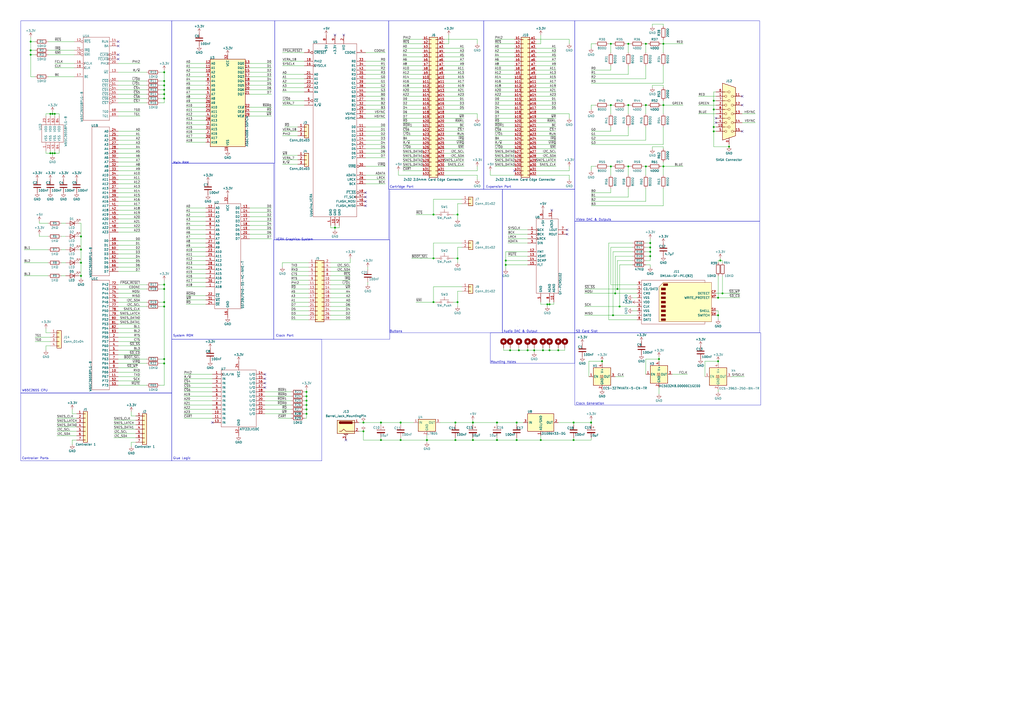
<source format=kicad_sch>
(kicad_sch
	(version 20231120)
	(generator "eeschema")
	(generator_version "8.0")
	(uuid "24268fb5-9051-453e-aa4f-3f063d8cbf81")
	(paper "A2")
	
	(junction
		(at 374.65 96.52)
		(diameter 0)
		(color 0 0 0 0)
		(uuid "00a428b0-09b7-4eba-9ac2-7037ac8ad370")
	)
	(junction
		(at 374.65 60.96)
		(diameter 0)
		(color 0 0 0 0)
		(uuid "044f74bd-df49-4b17-bc8e-d5c0c87299fb")
	)
	(junction
		(at 17.78 31.75)
		(diameter 0)
		(color 0 0 0 0)
		(uuid "0511a2a8-8e4f-4f8c-8ebc-e6ae30743f17")
	)
	(junction
		(at 251.46 124.46)
		(diameter 0)
		(color 0 0 0 0)
		(uuid "055f4555-4d71-4327-b716-65333f0b3c80")
	)
	(junction
		(at 416.56 172.72)
		(diameter 0)
		(color 0 0 0 0)
		(uuid "05f604e2-541d-4734-8204-d02b771a01f8")
	)
	(junction
		(at 29.21 88.9)
		(diameter 0)
		(color 0 0 0 0)
		(uuid "07ebd7c1-668f-488d-b46f-f7cb68c0cabb")
	)
	(junction
		(at 247.65 255.27)
		(diameter 0)
		(color 0 0 0 0)
		(uuid "091589e1-5d94-4b9c-8afb-b58c3f1d55ab")
	)
	(junction
		(at 95.25 57.15)
		(diameter 0)
		(color 0 0 0 0)
		(uuid "0b96100e-b5e7-492b-9bd4-12e23fe03fb1")
	)
	(junction
		(at 417.83 151.13)
		(diameter 0)
		(color 0 0 0 0)
		(uuid "0cc19e3e-fc66-43df-9452-f28966d9d9b9")
	)
	(junction
		(at 95.25 208.28)
		(diameter 0)
		(color 0 0 0 0)
		(uuid "0ed27ab3-8d38-4144-be11-7325d24d990b")
	)
	(junction
		(at 293.37 151.13)
		(diameter 0)
		(color 0 0 0 0)
		(uuid "12d8bc6c-7a73-4d6e-9a2a-f0d88ea377ae")
	)
	(junction
		(at 194.31 132.08)
		(diameter 0)
		(color 0 0 0 0)
		(uuid "165a8620-cc52-4dab-809d-64ee0df4fe09")
	)
	(junction
		(at 232.41 245.11)
		(diameter 0)
		(color 0 0 0 0)
		(uuid "179fff3a-e003-463d-8d86-4c95be61be12")
	)
	(junction
		(at 384.81 60.96)
		(diameter 0)
		(color 0 0 0 0)
		(uuid "1811bc3e-6e28-4045-addd-add2f9263622")
	)
	(junction
		(at 414.02 73.66)
		(diameter 0)
		(color 0 0 0 0)
		(uuid "1e5ba76c-72b1-441b-9fb0-ef4a8a1a4dba")
	)
	(junction
		(at 95.25 167.64)
		(diameter 0)
		(color 0 0 0 0)
		(uuid "1e7138a2-c2a9-4b0a-85df-95dc3af91b06")
	)
	(junction
		(at 232.41 255.27)
		(diameter 0)
		(color 0 0 0 0)
		(uuid "2c5258ef-3ca6-4bc4-98e0-4bc3aac69e49")
	)
	(junction
		(at 377.19 143.51)
		(diameter 0)
		(color 0 0 0 0)
		(uuid "2e035fc3-8bc2-4201-8be6-075927b02d56")
	)
	(junction
		(at 293.37 153.67)
		(diameter 0)
		(color 0 0 0 0)
		(uuid "3461c7e6-54cf-4f66-978e-2e1737befde6")
	)
	(junction
		(at 318.77 176.53)
		(diameter 0)
		(color 0 0 0 0)
		(uuid "3783c288-3d0f-4aa0-a370-200ec8aff10c")
	)
	(junction
		(at 264.16 245.11)
		(diameter 0)
		(color 0 0 0 0)
		(uuid "3e3b8706-7185-45ef-8e32-ea665279af52")
	)
	(junction
		(at 177.8 240.03)
		(diameter 0)
		(color 0 0 0 0)
		(uuid "404b6080-2ebd-4700-a068-0ca55160176a")
	)
	(junction
		(at 220.98 255.27)
		(diameter 0)
		(color 0 0 0 0)
		(uuid "442bb636-488f-4dab-8558-79a6917cdf27")
	)
	(junction
		(at 364.49 25.4)
		(diameter 0)
		(color 0 0 0 0)
		(uuid "451fb2e4-b0e0-4cf8-b3c4-8bb3e6c4a977")
	)
	(junction
		(at 364.49 96.52)
		(diameter 0)
		(color 0 0 0 0)
		(uuid "46723f89-1988-4bc3-a9d1-c772b56e5b28")
	)
	(junction
		(at 251.46 175.26)
		(diameter 0)
		(color 0 0 0 0)
		(uuid "4a114abf-1118-4789-a166-3d00a70d3984")
	)
	(junction
		(at 210.82 250.19)
		(diameter 0)
		(color 0 0 0 0)
		(uuid "4b2576c1-c304-4541-9a5d-25a299bd215d")
	)
	(junction
		(at 359.41 177.8)
		(diameter 0)
		(color 0 0 0 0)
		(uuid "4c355ad5-3043-41c8-a82f-ab065dcf09e9")
	)
	(junction
		(at 95.25 54.61)
		(diameter 0)
		(color 0 0 0 0)
		(uuid "4cf2456d-85c1-4dfe-8b61-78a65a64e07f")
	)
	(junction
		(at 30.48 66.04)
		(diameter 0)
		(color 0 0 0 0)
		(uuid "514b94c8-5cf1-4ebb-b377-2ae3ba527c3e")
	)
	(junction
		(at 95.25 41.91)
		(diameter 0)
		(color 0 0 0 0)
		(uuid "55edda16-0e77-4be2-a973-006669076d79")
	)
	(junction
		(at 377.19 148.59)
		(diameter 0)
		(color 0 0 0 0)
		(uuid "5ba6f890-e8f3-4fe5-b65e-57d7bd225414")
	)
	(junction
		(at 274.32 255.27)
		(diameter 0)
		(color 0 0 0 0)
		(uuid "5c77fc39-9937-4839-8ab9-a8ec05f01632")
	)
	(junction
		(at 288.29 245.11)
		(diameter 0)
		(color 0 0 0 0)
		(uuid "5ceaa7a9-27e2-4c5e-8a03-bafd5d8d8f9e")
	)
	(junction
		(at 355.6 182.88)
		(diameter 0)
		(color 0 0 0 0)
		(uuid "5e560022-889e-4df6-872f-d0ca772a7b7f")
	)
	(junction
		(at 414.02 58.42)
		(diameter 0)
		(color 0 0 0 0)
		(uuid "5f153c3e-885c-440c-9da3-1c3e38ea305a")
	)
	(junction
		(at 264.16 255.27)
		(diameter 0)
		(color 0 0 0 0)
		(uuid "63241004-4f06-4912-aed5-19a87e3f48e2")
	)
	(junction
		(at 177.8 227.33)
		(diameter 0)
		(color 0 0 0 0)
		(uuid "647f9f6a-163e-4096-a9a8-32eb2b14c02e")
	)
	(junction
		(at 251.46 149.86)
		(diameter 0)
		(color 0 0 0 0)
		(uuid "6688481a-bb1d-4a7d-bb48-103296663e29")
	)
	(junction
		(at 95.25 210.82)
		(diameter 0)
		(color 0 0 0 0)
		(uuid "6854cd79-4d82-4506-83f0-9c13e5ff5a88")
	)
	(junction
		(at 265.43 175.26)
		(diameter 0)
		(color 0 0 0 0)
		(uuid "68e5833d-8495-41b5-a662-1c727c7cdabf")
	)
	(junction
		(at 29.21 66.04)
		(diameter 0)
		(color 0 0 0 0)
		(uuid "6c204841-57f7-4b89-96c7-81b1bd36d8d5")
	)
	(junction
		(at 177.8 237.49)
		(diameter 0)
		(color 0 0 0 0)
		(uuid "6ca25e10-e790-49b6-9f88-67f4c1834a0b")
	)
	(junction
		(at 377.19 146.05)
		(diameter 0)
		(color 0 0 0 0)
		(uuid "7249232a-2cd5-47bd-82f2-d251e1fc720c")
	)
	(junction
		(at 17.78 24.13)
		(diameter 0)
		(color 0 0 0 0)
		(uuid "76a3a812-a8f9-455a-8936-0d1b3c209f68")
	)
	(junction
		(at 354.33 25.4)
		(diameter 0)
		(color 0 0 0 0)
		(uuid "79d95dda-218b-47c3-8c92-f534a2637558")
	)
	(junction
		(at 31.75 88.9)
		(diameter 0)
		(color 0 0 0 0)
		(uuid "7a7956fa-0cbe-46bc-a668-612cef11308b")
	)
	(junction
		(at 314.96 203.2)
		(diameter 0)
		(color 0 0 0 0)
		(uuid "7bd8b1ae-fa79-4ee4-a745-fc9606a9db08")
	)
	(junction
		(at 177.8 232.41)
		(diameter 0)
		(color 0 0 0 0)
		(uuid "7c4e6792-0f28-444f-bbe8-c6720c534179")
	)
	(junction
		(at 95.25 46.99)
		(diameter 0)
		(color 0 0 0 0)
		(uuid "7cd24309-e546-47a8-975f-197650bf6472")
	)
	(junction
		(at 354.33 96.52)
		(diameter 0)
		(color 0 0 0 0)
		(uuid "80695b3c-cadc-4489-ab84-c69474bbc459")
	)
	(junction
		(at 317.5 176.53)
		(diameter 0)
		(color 0 0 0 0)
		(uuid "83322db4-d4eb-47e9-bd3b-b42a5c83d9a7")
	)
	(junction
		(at 46.99 137.16)
		(diameter 0)
		(color 0 0 0 0)
		(uuid "86619b1e-171d-4155-8428-ba1db09fe86c")
	)
	(junction
		(at 318.77 203.2)
		(diameter 0)
		(color 0 0 0 0)
		(uuid "891d2ba3-67c0-40c7-b2fe-f49b4122d6b4")
	)
	(junction
		(at 419.1 170.18)
		(diameter 0)
		(color 0 0 0 0)
		(uuid "8954e231-0fc1-4f6d-b69b-990e1719b5f4")
	)
	(junction
		(at 288.29 255.27)
		(diameter 0)
		(color 0 0 0 0)
		(uuid "8bd11186-ee55-436b-9d54-3f464141eaee")
	)
	(junction
		(at 306.07 203.2)
		(diameter 0)
		(color 0 0 0 0)
		(uuid "904b87ce-b2a2-4bfd-8774-04d4c532c42b")
	)
	(junction
		(at 265.43 149.86)
		(diameter 0)
		(color 0 0 0 0)
		(uuid "93603dce-06b5-4831-9486-a2b88254b594")
	)
	(junction
		(at 299.72 245.11)
		(diameter 0)
		(color 0 0 0 0)
		(uuid "950b2707-d863-4a03-960f-85779cc5cd54")
	)
	(junction
		(at 30.48 88.9)
		(diameter 0)
		(color 0 0 0 0)
		(uuid "961f8945-e1c5-4198-b2b9-ed989bbdc941")
	)
	(junction
		(at 95.25 165.1)
		(diameter 0)
		(color 0 0 0 0)
		(uuid "9af20d9e-a20f-4b7c-ac1f-18dead75e997")
	)
	(junction
		(at 342.9 245.11)
		(diameter 0)
		(color 0 0 0 0)
		(uuid "9b0bcb49-1b78-4896-9e99-d3e3d56e3e99")
	)
	(junction
		(at 356.87 170.18)
		(diameter 0)
		(color 0 0 0 0)
		(uuid "9e7d1aae-bc0f-4c30-9a2f-089acf7d4edb")
	)
	(junction
		(at 382.27 208.28)
		(diameter 0)
		(color 0 0 0 0)
		(uuid "a46a71a3-be07-45c5-8f21-fdf61ee0de11")
	)
	(junction
		(at 265.43 124.46)
		(diameter 0)
		(color 0 0 0 0)
		(uuid "abbd9e91-b2a9-4a6c-8e23-3cf0d5c6bbc0")
	)
	(junction
		(at 95.25 52.07)
		(diameter 0)
		(color 0 0 0 0)
		(uuid "ac0d1b2c-03b2-4473-8a1d-7c0320a594c2")
	)
	(junction
		(at 364.49 60.96)
		(diameter 0)
		(color 0 0 0 0)
		(uuid "ac8cfd6e-56e7-4997-b41d-4f834b2aa3f8")
	)
	(junction
		(at 220.98 245.11)
		(diameter 0)
		(color 0 0 0 0)
		(uuid "af4340fd-82cd-49f1-ab80-b1f94efc7f8f")
	)
	(junction
		(at 313.69 255.27)
		(diameter 0)
		(color 0 0 0 0)
		(uuid "b8620d1b-92c7-4772-b4c5-ae55a8ab2ae7")
	)
	(junction
		(at 414.02 76.2)
		(diameter 0)
		(color 0 0 0 0)
		(uuid "b98a5dd7-a179-4331-8d1c-d479900f1de3")
	)
	(junction
		(at 332.74 255.27)
		(diameter 0)
		(color 0 0 0 0)
		(uuid "c6d81014-6c57-4e5b-bd8e-db09d41c9b24")
	)
	(junction
		(at 210.82 245.11)
		(diameter 0)
		(color 0 0 0 0)
		(uuid "caff29f6-2f54-4885-8f2f-43039d416fb5")
	)
	(junction
		(at 95.25 175.26)
		(diameter 0)
		(color 0 0 0 0)
		(uuid "cbf3c7c8-fc23-4f56-bacf-f1126727c903")
	)
	(junction
		(at 95.25 177.8)
		(diameter 0)
		(color 0 0 0 0)
		(uuid "cc8182ce-43cc-47eb-967b-f2b35ec28b66")
	)
	(junction
		(at 384.81 96.52)
		(diameter 0)
		(color 0 0 0 0)
		(uuid "cdd50d0c-e34c-4cf2-b837-a3eed81050f9")
	)
	(junction
		(at 422.91 85.09)
		(diameter 0)
		(color 0 0 0 0)
		(uuid "cffa938e-9330-49fe-85bc-ab0632354f6a")
	)
	(junction
		(at 332.74 245.11)
		(diameter 0)
		(color 0 0 0 0)
		(uuid "d2cc1cf6-5e46-4784-9c76-68f41a9a6bbf")
	)
	(junction
		(at 274.32 245.11)
		(diameter 0)
		(color 0 0 0 0)
		(uuid "d3d7fd4e-03d3-4acb-a74d-3f60128d37c7")
	)
	(junction
		(at 177.8 229.87)
		(diameter 0)
		(color 0 0 0 0)
		(uuid "d63ba307-fcea-4194-8efb-5804906d5429")
	)
	(junction
		(at 31.75 66.04)
		(diameter 0)
		(color 0 0 0 0)
		(uuid "d653e696-9f7a-427c-89a7-72f82fcefb8c")
	)
	(junction
		(at 46.99 160.02)
		(diameter 0)
		(color 0 0 0 0)
		(uuid "d70b4362-6c6a-46cb-83ba-f00d10c53bf2")
	)
	(junction
		(at 46.99 152.4)
		(diameter 0)
		(color 0 0 0 0)
		(uuid "d7526542-5fe1-4dec-838e-269ad00762b1")
	)
	(junction
		(at 384.81 25.4)
		(diameter 0)
		(color 0 0 0 0)
		(uuid "d8db1f28-b540-4d7b-89d6-78012aff6b5a")
	)
	(junction
		(at 309.88 203.2)
		(diameter 0)
		(color 0 0 0 0)
		(uuid "db0edadb-055b-4198-b3c3-87ac5ed02800")
	)
	(junction
		(at 377.19 140.97)
		(diameter 0)
		(color 0 0 0 0)
		(uuid "dd12048d-ff5c-46fe-8b3f-904f5a91631d")
	)
	(junction
		(at 17.78 29.21)
		(diameter 0)
		(color 0 0 0 0)
		(uuid "dee3f5b7-f912-462d-9631-320198e268ce")
	)
	(junction
		(at 300.99 203.2)
		(diameter 0)
		(color 0 0 0 0)
		(uuid "e13ff97c-140b-40a6-af45-e7fec335d789")
	)
	(junction
		(at 177.8 234.95)
		(diameter 0)
		(color 0 0 0 0)
		(uuid "e946bb44-3418-4254-98d4-529bf553bb3b")
	)
	(junction
		(at 299.72 255.27)
		(diameter 0)
		(color 0 0 0 0)
		(uuid "ec009019-9b3b-43ba-807c-a9a21d66a470")
	)
	(junction
		(at 295.91 203.2)
		(diameter 0)
		(color 0 0 0 0)
		(uuid "ed47234c-d1fc-4786-a530-1097f5d0097b")
	)
	(junction
		(at 416.56 182.88)
		(diameter 0)
		(color 0 0 0 0)
		(uuid "eda29677-3b25-443a-b600-11824bd5bd78")
	)
	(junction
		(at 354.33 60.96)
		(diameter 0)
		(color 0 0 0 0)
		(uuid "f27e3411-7cea-42ee-8e17-55b0fc3708cc")
	)
	(junction
		(at 323.85 203.2)
		(diameter 0)
		(color 0 0 0 0)
		(uuid "f6c37868-90e6-4b71-b24c-e7ac97761298")
	)
	(junction
		(at 374.65 25.4)
		(diameter 0)
		(color 0 0 0 0)
		(uuid "f701205c-c20b-45aa-98b9-f43902990662")
	)
	(junction
		(at 358.14 167.64)
		(diameter 0)
		(color 0 0 0 0)
		(uuid "f7914ead-e636-4321-b5db-363d304845ac")
	)
	(junction
		(at 95.25 49.53)
		(diameter 0)
		(color 0 0 0 0)
		(uuid "f993eccf-d12c-4fc6-95cf-5100f3772d3f")
	)
	(junction
		(at 414.02 63.5)
		(diameter 0)
		(color 0 0 0 0)
		(uuid "f9d0fd5f-8871-465c-ab7a-b5b30d120d2c")
	)
	(junction
		(at 46.99 144.78)
		(diameter 0)
		(color 0 0 0 0)
		(uuid "f9e54583-96ee-4add-ae7d-9bb6223a42b9")
	)
	(junction
		(at 416.56 209.55)
		(diameter 0)
		(color 0 0 0 0)
		(uuid "fa9a871a-e8e1-44af-a7e4-51693009357f")
	)
	(junction
		(at 349.25 209.55)
		(diameter 0)
		(color 0 0 0 0)
		(uuid "fcbe6abf-ec66-4f87-9c17-ec17485c7d2c")
	)
	(no_connect
		(at 68.58 24.13)
		(uuid "1df3732e-bddf-4017-9b42-4d48efd31c62")
	)
	(no_connect
		(at 68.58 34.29)
		(uuid "217c8fba-bd1b-4d31-86cb-b14efaa13359")
	)
	(no_connect
		(at 153.67 222.25)
		(uuid "30c6b9c7-0b3a-42c4-9656-4d8c95f7e3ae")
	)
	(no_connect
		(at 328.93 135.89)
		(uuid "35cd9c3c-ab2f-45b4-bac3-f806156d3198")
	)
	(no_connect
		(at 68.58 31.75)
		(uuid "3ed7b960-82e5-4219-b6c4-5de479eae73d")
	)
	(no_connect
		(at 153.67 219.71)
		(uuid "41453f3a-e045-4972-ad5f-0107512b5375")
	)
	(no_connect
		(at 430.53 76.2)
		(uuid "5c5a04f9-cb77-401c-9381-6e471ff78492")
	)
	(no_connect
		(at 199.39 20.32)
		(uuid "5c87585e-ac48-4de6-9f57-3f848beae8f3")
	)
	(no_connect
		(at 200.66 255.27)
		(uuid "621f6707-63dc-4795-9425-97ba9c4a748f")
	)
	(no_connect
		(at 153.67 224.79)
		(uuid "6a570c79-1319-4443-ac57-374ae722bd23")
	)
	(no_connect
		(at 415.29 71.12)
		(uuid "6f5d2937-2a03-4774-a09e-34619242d422")
	)
	(no_connect
		(at 298.45 99.06)
		(uuid "79038925-9ebf-4780-8b8e-cf371a20cfdc")
	)
	(no_connect
		(at 212.09 119.38)
		(uuid "7ec3c8ea-e9e8-451b-b04e-8b13b3ceed58")
	)
	(no_connect
		(at 123.19 245.11)
		(uuid "7f9d8bac-8069-453f-9677-28dc4d8ed0a2")
	)
	(no_connect
		(at 430.53 55.88)
		(uuid "8cfebd4d-7e15-4397-8d84-b888118a401a")
	)
	(no_connect
		(at 194.31 20.32)
		(uuid "948e73de-9ceb-4410-8a51-9c8c194a5332")
	)
	(no_connect
		(at 212.09 111.76)
		(uuid "96e77773-a880-4d6d-afdb-1c555f9c6499")
	)
	(no_connect
		(at 430.53 60.96)
		(uuid "a2ee946d-ff99-4a12-9f8b-ffc5ebf6fffd")
	)
	(no_connect
		(at 68.58 26.67)
		(uuid "a630df17-732d-4db3-847c-82cb8630f661")
	)
	(no_connect
		(at 328.93 133.35)
		(uuid "af404473-2aa3-47e5-955a-5b0888a4a31b")
	)
	(no_connect
		(at 212.09 116.84)
		(uuid "b623f0a3-e7b1-41a8-a77b-8c3dca25bf0f")
	)
	(no_connect
		(at 320.04 121.92)
		(uuid "b626c554-05b7-4deb-845d-f0fc90e5d200")
	)
	(no_connect
		(at 415.29 68.58)
		(uuid "c493b706-85a1-45b1-92aa-7e112063a4c4")
	)
	(no_connect
		(at 153.67 217.17)
		(uuid "ca6345c6-580d-4394-b43d-d61cc9c0af8f")
	)
	(no_connect
		(at 212.09 114.3)
		(uuid "d4222379-79f9-49e3-a7b0-5f6199aea2f7")
	)
	(wire
		(pts
			(xy 364.49 109.22) (xy 364.49 114.3)
		)
		(stroke
			(width 0)
			(type default)
		)
		(uuid "00cb7850-82c0-436a-aeb7-fa63fa508e37")
	)
	(wire
		(pts
			(xy 68.58 83.82) (xy 81.28 83.82)
		)
		(stroke
			(width 0)
			(type default)
		)
		(uuid "00e8741c-04f3-4a75-ba5a-774c15c27a42")
	)
	(wire
		(pts
			(xy 179.07 185.42) (xy 168.91 185.42)
		)
		(stroke
			(width 0)
			(type default)
		)
		(uuid "01872560-228c-4041-8804-6e4e434497b4")
	)
	(wire
		(pts
			(xy 378.46 49.53) (xy 378.46 50.8)
		)
		(stroke
			(width 0)
			(type default)
		)
		(uuid "02052c02-0e8d-4c9e-8fb1-598c8cebd316")
	)
	(wire
		(pts
			(xy 212.09 104.14) (xy 223.52 104.14)
		)
		(stroke
			(width 0)
			(type default)
		)
		(uuid "021baf42-477a-4a26-b503-bdb5071adba1")
	)
	(wire
		(pts
			(xy 68.58 180.34) (xy 81.28 180.34)
		)
		(stroke
			(width 0)
			(type default)
		)
		(uuid "023a9ed1-f805-494e-9abd-621fa91a8795")
	)
	(wire
		(pts
			(xy 46.99 144.78) (xy 46.99 152.4)
		)
		(stroke
			(width 0)
			(type default)
		)
		(uuid "02c59dbd-bcea-490e-911e-caf94ce598a1")
	)
	(wire
		(pts
			(xy 68.58 205.74) (xy 81.28 205.74)
		)
		(stroke
			(width 0)
			(type default)
		)
		(uuid "030351d3-0418-487a-a2a4-ed4e55f1ee5d")
	)
	(wire
		(pts
			(xy 68.58 78.74) (xy 81.28 78.74)
		)
		(stroke
			(width 0)
			(type default)
		)
		(uuid "0333b4c3-45cd-4f1d-af09-92f80b6063ab")
	)
	(wire
		(pts
			(xy 27.94 31.75) (xy 43.18 31.75)
		)
		(stroke
			(width 0)
			(type default)
		)
		(uuid "033accaf-a476-42d0-bebb-a0d2a52fd4bc")
	)
	(wire
		(pts
			(xy 415.29 182.88) (xy 416.56 182.88)
		)
		(stroke
			(width 0)
			(type default)
		)
		(uuid "03cecd53-c65d-458d-8e1d-685628f3fca1")
	)
	(wire
		(pts
			(xy 342.9 78.74) (xy 364.49 78.74)
		)
		(stroke
			(width 0)
			(type default)
		)
		(uuid "03d1c165-bcd1-4a83-978e-5b9ee8b21b0b")
	)
	(wire
		(pts
			(xy 161.29 242.57) (xy 168.91 242.57)
		)
		(stroke
			(width 0)
			(type default)
		)
		(uuid "04654872-c614-4810-9d7a-965304d80ea9")
	)
	(wire
		(pts
			(xy 34.29 66.04) (xy 34.29 67.31)
		)
		(stroke
			(width 0)
			(type default)
		)
		(uuid "049357a7-d4a3-4538-9f35-3ce6734e4225")
	)
	(wire
		(pts
			(xy 233.68 71.12) (xy 245.11 71.12)
		)
		(stroke
			(width 0)
			(type default)
		)
		(uuid "04af36c8-cdcc-4998-9e7a-89d90f454dd5")
	)
	(wire
		(pts
			(xy 119.38 125.73) (xy 107.95 125.73)
		)
		(stroke
			(width 0)
			(type default)
		)
		(uuid "04b0b2f5-eef2-4c4a-a915-ad259c7db278")
	)
	(wire
		(pts
			(xy 274.32 243.84) (xy 274.32 245.11)
		)
		(stroke
			(width 0)
			(type default)
		)
		(uuid "05290d75-5017-4e96-b434-23aee5d481b8")
	)
	(wire
		(pts
			(xy 68.58 46.99) (xy 85.09 46.99)
		)
		(stroke
			(width 0)
			(type default)
		)
		(uuid "05976b08-17ab-47c0-88aa-3279efbd8512")
	)
	(wire
		(pts
			(xy 119.38 54.61) (xy 107.95 54.61)
		)
		(stroke
			(width 0)
			(type default)
		)
		(uuid "05ca9267-9960-40ac-98db-3a3794f01126")
	)
	(wire
		(pts
			(xy 384.81 58.42) (xy 384.81 60.96)
		)
		(stroke
			(width 0)
			(type default)
		)
		(uuid "060d598c-2430-4aff-a248-bf765ccaf43c")
	)
	(wire
		(pts
			(xy 364.49 60.96) (xy 364.49 66.04)
		)
		(stroke
			(width 0)
			(type default)
		)
		(uuid "068ceb7a-50e2-460e-9d97-1af10ee425e9")
	)
	(wire
		(pts
			(xy 144.78 41.91) (xy 157.48 41.91)
		)
		(stroke
			(width 0)
			(type default)
		)
		(uuid "069e235c-2d50-4402-9cf6-7076e3bc0805")
	)
	(wire
		(pts
			(xy 311.15 22.86) (xy 330.2 22.86)
		)
		(stroke
			(width 0)
			(type default)
		)
		(uuid "0705d0a0-dc2d-4883-95fb-3bb3aa8ef3b5")
	)
	(wire
		(pts
			(xy 68.58 96.52) (xy 81.28 96.52)
		)
		(stroke
			(width 0)
			(type default)
		)
		(uuid "075d9d3f-a9b0-4ae4-b9f1-f8c213dd533d")
	)
	(wire
		(pts
			(xy 262.89 175.26) (xy 265.43 175.26)
		)
		(stroke
			(width 0)
			(type default)
		)
		(uuid "078df960-92d4-4e31-ba2b-9e920b5dfc46")
	)
	(wire
		(pts
			(xy 416.56 160.02) (xy 416.56 172.72)
		)
		(stroke
			(width 0)
			(type default)
		)
		(uuid "07c52ecc-7b93-4444-98db-4ff727d4fa8d")
	)
	(wire
		(pts
			(xy 95.25 52.07) (xy 95.25 54.61)
		)
		(stroke
			(width 0)
			(type default)
		)
		(uuid "080e1e02-380b-4f24-aa39-5c084efa8e0b")
	)
	(wire
		(pts
			(xy 119.38 171.45) (xy 107.95 171.45)
		)
		(stroke
			(width 0)
			(type default)
		)
		(uuid "083c0ffa-673f-4e0b-9288-b1b2890a2280")
	)
	(wire
		(pts
			(xy 233.68 38.1) (xy 245.11 38.1)
		)
		(stroke
			(width 0)
			(type default)
		)
		(uuid "08900f74-0584-4ef0-9050-5b2f54299f0c")
	)
	(wire
		(pts
			(xy 342.9 96.52) (xy 345.44 96.52)
		)
		(stroke
			(width 0)
			(type default)
		)
		(uuid "0927573b-e83d-4d3a-a71b-e574379463af")
	)
	(wire
		(pts
			(xy 46.99 152.4) (xy 46.99 160.02)
		)
		(stroke
			(width 0)
			(type default)
		)
		(uuid "096770f3-32bc-4304-a2eb-d66a8df075f6")
	)
	(wire
		(pts
			(xy 408.94 209.55) (xy 408.94 218.44)
		)
		(stroke
			(width 0)
			(type default)
		)
		(uuid "09b53ecf-3e19-407e-957d-0b2e23d8d7c8")
	)
	(wire
		(pts
			(xy 22.86 128.27) (xy 22.86 129.54)
		)
		(stroke
			(width 0)
			(type default)
		)
		(uuid "09e0db46-6698-4f77-9d23-e3083172265d")
	)
	(wire
		(pts
			(xy 298.45 60.96) (xy 287.02 60.96)
		)
		(stroke
			(width 0)
			(type default)
		)
		(uuid "09f0cde8-3141-4813-843a-387f7898dbfe")
	)
	(wire
		(pts
			(xy 342.9 255.27) (xy 332.74 255.27)
		)
		(stroke
			(width 0)
			(type default)
		)
		(uuid "09fe04e3-3f48-446b-9175-4e0b6bdabefa")
	)
	(wire
		(pts
			(xy 354.33 109.22) (xy 354.33 111.76)
		)
		(stroke
			(width 0)
			(type default)
		)
		(uuid "0a0b0bc4-32ca-4e97-8057-b1cbaaf4979a")
	)
	(wire
		(pts
			(xy 292.1 201.93) (xy 292.1 203.2)
		)
		(stroke
			(width 0)
			(type default)
		)
		(uuid "0a4d0b57-7622-4977-989f-e1f4e14bb9a1")
	)
	(wire
		(pts
			(xy 212.09 48.26) (xy 223.52 48.26)
		)
		(stroke
			(width 0)
			(type default)
		)
		(uuid "0a8ac80d-bb5d-4989-9b4c-103c1c1f1ba6")
	)
	(wire
		(pts
			(xy 378.46 13.97) (xy 384.81 13.97)
		)
		(stroke
			(width 0)
			(type default)
		)
		(uuid "0acd87dd-9e13-48ce-af6c-6e479989a379")
	)
	(wire
		(pts
			(xy 414.02 63.5) (xy 414.02 73.66)
		)
		(stroke
			(width 0)
			(type default)
		)
		(uuid "0aea0c35-f0e5-4f6d-b95d-1ff07619e453")
	)
	(wire
		(pts
			(xy 119.38 80.01) (xy 107.95 80.01)
		)
		(stroke
			(width 0)
			(type default)
		)
		(uuid "0b0525e7-1f72-4fdc-80ac-a52262a4ea76")
	)
	(wire
		(pts
			(xy 26.67 193.04) (xy 29.21 193.04)
		)
		(stroke
			(width 0)
			(type default)
		)
		(uuid "0b585b7d-e323-4556-8a99-2712989a4d4c")
	)
	(wire
		(pts
			(xy 13.97 152.4) (xy 27.94 152.4)
		)
		(stroke
			(width 0)
			(type default)
		)
		(uuid "0b6d62a5-35bf-4fff-85e7-16505e9f0b84")
	)
	(wire
		(pts
			(xy 203.2 149.86) (xy 203.2 152.4)
		)
		(stroke
			(width 0)
			(type default)
		)
		(uuid "0bb2776f-c070-4404-8cdd-7f47385d0837")
	)
	(wire
		(pts
			(xy 106.68 219.71) (xy 123.19 219.71)
		)
		(stroke
			(width 0)
			(type default)
		)
		(uuid "0bdeba8c-a5a1-4d7d-b08f-8d15cbe9beab")
	)
	(wire
		(pts
			(xy 262.89 149.86) (xy 265.43 149.86)
		)
		(stroke
			(width 0)
			(type default)
		)
		(uuid "0dcd0d64-a4e5-488d-bc5b-946fd7ffb567")
	)
	(wire
		(pts
			(xy 257.81 45.72) (xy 269.24 45.72)
		)
		(stroke
			(width 0)
			(type default)
		)
		(uuid "0de16e60-bf32-4b47-b564-1cbba6abf9ed")
	)
	(wire
		(pts
			(xy 38.1 144.78) (xy 35.56 144.78)
		)
		(stroke
			(width 0)
			(type default)
		)
		(uuid "0e8ca9e4-959d-4e29-80fb-32e978ed267f")
	)
	(wire
		(pts
			(xy 92.71 165.1) (xy 95.25 165.1)
		)
		(stroke
			(width 0)
			(type default)
		)
		(uuid "0ebfc9bb-d424-4a25-a6a1-5895adca6cd2")
	)
	(wire
		(pts
			(xy 76.2 241.3) (xy 78.74 241.3)
		)
		(stroke
			(width 0)
			(type default)
		)
		(uuid "1031719f-3c7e-4243-afd3-c9568ac96e18")
	)
	(wire
		(pts
			(xy 311.15 93.98) (xy 322.58 93.98)
		)
		(stroke
			(width 0)
			(type default)
		)
		(uuid "103ca820-d78b-4fc2-9d29-5ce95a9a1b19")
	)
	(wire
		(pts
			(xy 419.1 160.02) (xy 419.1 170.18)
		)
		(stroke
			(width 0)
			(type default)
		)
		(uuid "1050686a-dd7c-4319-bbcb-e78bbbb4f3b9")
	)
	(wire
		(pts
			(xy 257.81 48.26) (xy 269.24 48.26)
		)
		(stroke
			(width 0)
			(type default)
		)
		(uuid "10c38f74-2f37-42ca-9992-e8d1c9aeac99")
	)
	(wire
		(pts
			(xy 179.07 167.64) (xy 168.91 167.64)
		)
		(stroke
			(width 0)
			(type default)
		)
		(uuid "10f5b9dd-0dee-4552-be7c-0dd8c9036b28")
	)
	(wire
		(pts
			(xy 384.81 13.97) (xy 384.81 15.24)
		)
		(stroke
			(width 0)
			(type default)
		)
		(uuid "10fd9da5-1ae6-4b9f-8002-5f0081f30754")
	)
	(wire
		(pts
			(xy 374.65 96.52) (xy 374.65 101.6)
		)
		(stroke
			(width 0)
			(type default)
		)
		(uuid "11435918-8bf7-40d1-8ad8-4e24f77cec69")
	)
	(wire
		(pts
			(xy 233.68 93.98) (xy 245.11 93.98)
		)
		(stroke
			(width 0)
			(type default)
		)
		(uuid "1233ac65-c472-4ba9-bf5c-e0ddbe9e7ee9")
	)
	(wire
		(pts
			(xy 177.8 227.33) (xy 177.8 229.87)
		)
		(stroke
			(width 0)
			(type default)
		)
		(uuid "12762d7e-e35a-427a-85cd-8996f95043a6")
	)
	(wire
		(pts
			(xy 245.11 68.58) (xy 233.68 68.58)
		)
		(stroke
			(width 0)
			(type default)
		)
		(uuid "127c469a-8a60-40e4-9be1-040401f8c481")
	)
	(wire
		(pts
			(xy 68.58 142.24) (xy 81.28 142.24)
		)
		(stroke
			(width 0)
			(type default)
		)
		(uuid "1295682f-62d1-4dea-a2b3-50ff37672c86")
	)
	(wire
		(pts
			(xy 269.24 78.74) (xy 257.81 78.74)
		)
		(stroke
			(width 0)
			(type default)
		)
		(uuid "13c7e99b-4754-411c-9d6c-1cec1e71f274")
	)
	(wire
		(pts
			(xy 233.68 53.34) (xy 245.11 53.34)
		)
		(stroke
			(width 0)
			(type default)
		)
		(uuid "145994e8-dc4c-46aa-95a3-2817394237db")
	)
	(wire
		(pts
			(xy 68.58 144.78) (xy 81.28 144.78)
		)
		(stroke
			(width 0)
			(type default)
		)
		(uuid "14a88489-9f29-48c7-99ee-23c196f2cd4f")
	)
	(wire
		(pts
			(xy 317.5 176.53) (xy 313.69 176.53)
		)
		(stroke
			(width 0)
			(type default)
		)
		(uuid "1517b806-a7e9-4151-9602-97cd01b3cfd4")
	)
	(wire
		(pts
			(xy 191.77 175.26) (xy 203.2 175.26)
		)
		(stroke
			(width 0)
			(type default)
		)
		(uuid "1569df5f-f0e7-47ee-9195-bdf95cb2774d")
	)
	(wire
		(pts
			(xy 68.58 182.88) (xy 81.28 182.88)
		)
		(stroke
			(width 0)
			(type default)
		)
		(uuid "15d227e3-fba9-404d-a17c-c917d68e7923")
	)
	(wire
		(pts
			(xy 374.65 25.4) (xy 374.65 30.48)
		)
		(stroke
			(width 0)
			(type default)
		)
		(uuid "1629fcb4-1f95-43a4-a9b7-5cc3189e4fca")
	)
	(wire
		(pts
			(xy 374.65 60.96) (xy 375.92 60.96)
		)
		(stroke
			(width 0)
			(type default)
		)
		(uuid "1656ff84-f4ac-4b70-8234-063ea88b350d")
	)
	(wire
		(pts
			(xy 26.67 66.04) (xy 26.67 67.31)
		)
		(stroke
			(width 0)
			(type default)
		)
		(uuid "1683612e-d077-4aa8-b763-545ad5e009bd")
	)
	(wire
		(pts
			(xy 377.19 143.51) (xy 377.19 146.05)
		)
		(stroke
			(width 0)
			(type default)
		)
		(uuid "16d9c8f6-e677-4313-9750-0e0b04321ab0")
	)
	(wire
		(pts
			(xy 177.8 232.41) (xy 177.8 234.95)
		)
		(stroke
			(width 0)
			(type default)
		)
		(uuid "16f9cace-fde7-4ed7-9d60-012f2517e0cb")
	)
	(wire
		(pts
			(xy 274.32 254) (xy 274.32 255.27)
		)
		(stroke
			(width 0)
			(type default)
		)
		(uuid "172dbcae-a48e-4c2d-b2f6-d443804ee942")
	)
	(wire
		(pts
			(xy 41.91 255.27) (xy 41.91 257.81)
		)
		(stroke
			(width 0)
			(type default)
		)
		(uuid "17d95525-8adf-4cb0-ba3f-70a8f11d863d")
	)
	(wire
		(pts
			(xy 144.78 49.53) (xy 157.48 49.53)
		)
		(stroke
			(width 0)
			(type default)
		)
		(uuid "17edd5fd-689f-4f14-bbea-c257c0508a4b")
	)
	(wire
		(pts
			(xy 288.29 254) (xy 288.29 255.27)
		)
		(stroke
			(width 0)
			(type default)
		)
		(uuid "1826b6e2-b6f7-436d-b8b4-b4bfd61a091e")
	)
	(wire
		(pts
			(xy 257.81 35.56) (xy 269.24 35.56)
		)
		(stroke
			(width 0)
			(type default)
		)
		(uuid "182c8ad0-b7bd-4fb1-91aa-908b2c994f75")
	)
	(wire
		(pts
			(xy 358.14 167.64) (xy 369.57 167.64)
		)
		(stroke
			(width 0)
			(type default)
		)
		(uuid "1865ae25-bb50-4095-9a96-29489b910d1e")
	)
	(wire
		(pts
			(xy 342.9 25.4) (xy 345.44 25.4)
		)
		(stroke
			(width 0)
			(type default)
		)
		(uuid "1879c1be-f0e2-404b-ba9a-b9215c0fc173")
	)
	(wire
		(pts
			(xy 257.81 58.42) (xy 269.24 58.42)
		)
		(stroke
			(width 0)
			(type default)
		)
		(uuid "192ed763-33d8-4158-9f77-bfef29c6771f")
	)
	(wire
		(pts
			(xy 119.38 59.69) (xy 107.95 59.69)
		)
		(stroke
			(width 0)
			(type default)
		)
		(uuid "19b1772e-0925-4617-82ae-48e2396e92fa")
	)
	(wire
		(pts
			(xy 119.38 69.85) (xy 107.95 69.85)
		)
		(stroke
			(width 0)
			(type default)
		)
		(uuid "19d072cf-7092-4d2d-8b58-e07083ad3e67")
	)
	(wire
		(pts
			(xy 233.68 91.44) (xy 245.11 91.44)
		)
		(stroke
			(width 0)
			(type default)
		)
		(uuid "1a0e853e-bb26-4e37-9fba-0b03716c9f8d")
	)
	(wire
		(pts
			(xy 257.81 99.06) (xy 276.86 99.06)
		)
		(stroke
			(width 0)
			(type default)
		)
		(uuid "1a3c8b0e-eed4-468d-b1bf-33a41003dad7")
	)
	(wire
		(pts
			(xy 414.02 73.66) (xy 414.02 76.2)
		)
		(stroke
			(width 0)
			(type default)
		)
		(uuid "1a59062a-4639-4435-80c9-f36bc05f66f3")
	)
	(wire
		(pts
			(xy 68.58 119.38) (xy 81.28 119.38)
		)
		(stroke
			(width 0)
			(type default)
		)
		(uuid "1a60e448-4c29-4d29-b2b7-5c6653e7e530")
	)
	(wire
		(pts
			(xy 191.77 132.08) (xy 194.31 132.08)
		)
		(stroke
			(width 0)
			(type default)
		)
		(uuid "1a7cdcf8-d77a-4228-b6d0-4022e7045428")
	)
	(wire
		(pts
			(xy 68.58 91.44) (xy 81.28 91.44)
		)
		(stroke
			(width 0)
			(type default)
		)
		(uuid "1a9a2c61-86b3-49f6-a13d-fe0c0cde0948")
	)
	(wire
		(pts
			(xy 233.68 99.06) (xy 245.11 99.06)
		)
		(stroke
			(width 0)
			(type default)
		)
		(uuid "1b12d8b1-d586-486a-8cb0-751bb3a2a659")
	)
	(wire
		(pts
			(xy 287.02 40.64) (xy 298.45 40.64)
		)
		(stroke
			(width 0)
			(type default)
		)
		(uuid "1b6874bb-d8e7-4602-b992-28d3fc26044e")
	)
	(wire
		(pts
			(xy 27.94 24.13) (xy 43.18 24.13)
		)
		(stroke
			(width 0)
			(type default)
		)
		(uuid "1b7573cd-b985-4051-9b20-8b9ef0c9a890")
	)
	(wire
		(pts
			(xy 309.88 201.93) (xy 309.88 203.2)
		)
		(stroke
			(width 0)
			(type default)
		)
		(uuid "1ba12c7f-623b-4f47-a49c-b0b248c1e199")
	)
	(wire
		(pts
			(xy 144.78 133.35) (xy 157.48 133.35)
		)
		(stroke
			(width 0)
			(type default)
		)
		(uuid "1be99721-92f6-492f-97d9-80b6f1a94c3e")
	)
	(wire
		(pts
			(xy 367.03 180.34) (xy 369.57 180.34)
		)
		(stroke
			(width 0)
			(type default)
		)
		(uuid "1c1e6540-ff5e-4a2b-ada8-c776475161c9")
	)
	(wire
		(pts
			(xy 287.02 93.98) (xy 298.45 93.98)
		)
		(stroke
			(width 0)
			(type default)
		)
		(uuid "1cad8cf3-bd7a-492b-b4b8-c6cf757b0a68")
	)
	(wire
		(pts
			(xy 78.74 248.92) (xy 66.04 248.92)
		)
		(stroke
			(width 0)
			(type default)
		)
		(uuid "1cc856a2-dec0-4b60-a290-30ca3d690c64")
	)
	(wire
		(pts
			(xy 30.48 66.04) (xy 31.75 66.04)
		)
		(stroke
			(width 0)
			(type default)
		)
		(uuid "1ce5e2aa-6cf3-45bb-9b75-41c4bf353fa1")
	)
	(wire
		(pts
			(xy 95.25 175.26) (xy 95.25 177.8)
		)
... [488255 chars truncated]
</source>
